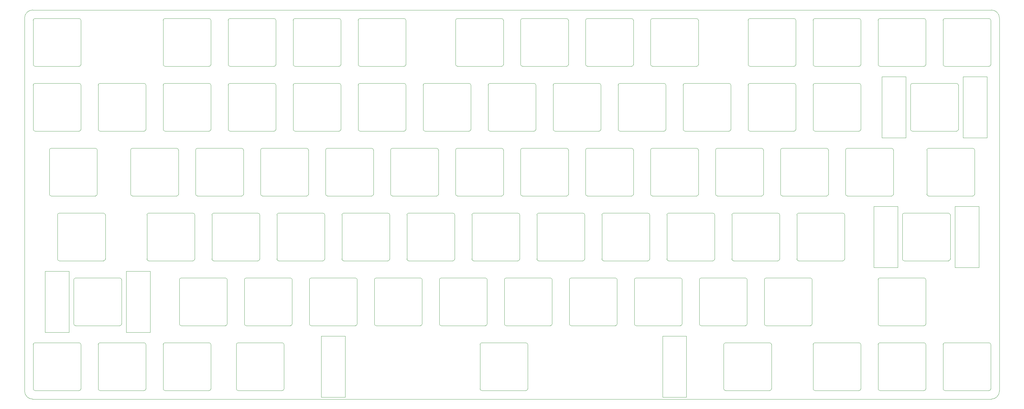
<source format=gm1>
G04 #@! TF.GenerationSoftware,KiCad,Pcbnew,(7.0.0-0)*
G04 #@! TF.CreationDate,2023-04-23T21:56:02+09:00*
G04 #@! TF.ProjectId,top-plate,746f702d-706c-4617-9465-2e6b69636164,rev?*
G04 #@! TF.SameCoordinates,Original*
G04 #@! TF.FileFunction,Profile,NP*
%FSLAX46Y46*%
G04 Gerber Fmt 4.6, Leading zero omitted, Abs format (unit mm)*
G04 Created by KiCad (PCBNEW (7.0.0-0)) date 2023-04-23 21:56:02*
%MOMM*%
%LPD*%
G01*
G04 APERTURE LIST*
G04 #@! TA.AperFunction,Profile*
%ADD10C,0.100000*%
G04 #@! TD*
G04 #@! TA.AperFunction,Profile*
%ADD11C,0.120000*%
G04 #@! TD*
G04 APERTURE END LIST*
D10*
X302418750Y-133350050D02*
X21431250Y-133350050D01*
X304799950Y-21431300D02*
G75*
G03*
X302418750Y-19050050I-2381250J0D01*
G01*
X19050000Y-130968800D02*
X19050000Y-21431300D01*
X21431250Y-19050050D02*
X302418750Y-19050050D01*
X21431250Y-19050050D02*
G75*
G03*
X19050000Y-21431300I0J-2381250D01*
G01*
X19050000Y-130968800D02*
G75*
G03*
X21431250Y-133350050I2381250J0D01*
G01*
X304800000Y-21431300D02*
X304800000Y-130968800D01*
X302418750Y-133350100D02*
G75*
G03*
X304800000Y-130968800I-150J2381400D01*
G01*
X269225000Y-117325050D02*
X269225000Y-130315974D01*
X269725000Y-116825050D02*
X282725000Y-116825050D01*
X269725000Y-130815974D02*
X282725000Y-130825050D01*
X283225000Y-117325050D02*
X283225000Y-130325050D01*
X269725000Y-116825050D02*
G75*
G03*
X269225000Y-117325050I1J-500001D01*
G01*
X269225000Y-130315974D02*
G75*
G03*
X269725000Y-130815974I500001J1D01*
G01*
X283225000Y-117325050D02*
G75*
G03*
X282725000Y-116825050I-500000J0D01*
G01*
X282725000Y-130825050D02*
G75*
G03*
X283225000Y-130325050I0J500000D01*
G01*
X223981250Y-117325050D02*
X223981250Y-130315974D01*
X224481250Y-116825050D02*
X237481250Y-116825050D01*
X224481250Y-130815974D02*
X237481250Y-130825050D01*
X237981250Y-117325050D02*
X237981250Y-130325050D01*
X224481250Y-116825050D02*
G75*
G03*
X223981250Y-117325050I1J-500001D01*
G01*
X223981250Y-130315974D02*
G75*
G03*
X224481250Y-130815974I500001J1D01*
G01*
X237981250Y-117325050D02*
G75*
G03*
X237481250Y-116825050I-500000J0D01*
G01*
X237481250Y-130825050D02*
G75*
G03*
X237981250Y-130325050I0J500000D01*
G01*
X83487500Y-98275050D02*
X83487500Y-111265974D01*
X83987500Y-97775050D02*
X96987500Y-97775050D01*
X83987500Y-111765974D02*
X96987500Y-111775050D01*
X97487500Y-98275050D02*
X97487500Y-111275050D01*
X83987500Y-97775050D02*
G75*
G03*
X83487500Y-98275050I1J-500001D01*
G01*
X83487500Y-111265974D02*
G75*
G03*
X83987500Y-111765974I500001J1D01*
G01*
X97487500Y-98275050D02*
G75*
G03*
X96987500Y-97775050I-500000J0D01*
G01*
X96987500Y-111775050D02*
G75*
G03*
X97487500Y-111275050I0J500000D01*
G01*
X93012500Y-79225050D02*
X93012500Y-92215974D01*
X93512500Y-78725050D02*
X106512500Y-78725050D01*
X93512500Y-92715974D02*
X106512500Y-92725050D01*
X107012500Y-79225050D02*
X107012500Y-92225050D01*
X93512500Y-78725050D02*
G75*
G03*
X93012500Y-79225050I1J-500001D01*
G01*
X93012500Y-92215974D02*
G75*
G03*
X93512500Y-92715974I500001J1D01*
G01*
X107012500Y-79225050D02*
G75*
G03*
X106512500Y-78725050I-500000J0D01*
G01*
X106512500Y-92725050D02*
G75*
G03*
X107012500Y-92225050I0J500000D01*
G01*
X173975000Y-41125050D02*
X173975000Y-54115974D01*
X174475000Y-40625050D02*
X187475000Y-40625050D01*
X174475000Y-54615974D02*
X187475000Y-54625050D01*
X187975000Y-41125050D02*
X187975000Y-54125050D01*
X174475000Y-40625050D02*
G75*
G03*
X173975000Y-41125050I1J-500001D01*
G01*
X173975000Y-54115974D02*
G75*
G03*
X174475000Y-54615974I500001J1D01*
G01*
X187975000Y-41125050D02*
G75*
G03*
X187475000Y-40625050I-500000J0D01*
G01*
X187475000Y-54625050D02*
G75*
G03*
X187975000Y-54125050I0J500000D01*
G01*
X231125000Y-41125050D02*
X231125000Y-54115974D01*
X231625000Y-40625050D02*
X244625000Y-40625050D01*
X231625000Y-54615974D02*
X244625000Y-54625050D01*
X245125000Y-41125050D02*
X245125000Y-54125050D01*
X231625000Y-40625050D02*
G75*
G03*
X231125000Y-41125050I1J-500001D01*
G01*
X231125000Y-54115974D02*
G75*
G03*
X231625000Y-54615974I500001J1D01*
G01*
X245125000Y-41125050D02*
G75*
G03*
X244625000Y-40625050I-500000J0D01*
G01*
X244625000Y-54625050D02*
G75*
G03*
X245125000Y-54125050I0J500000D01*
G01*
X288275000Y-22075050D02*
X288275000Y-35065974D01*
X288775000Y-21575050D02*
X301775000Y-21575050D01*
X288775000Y-35565974D02*
X301775000Y-35575050D01*
X302275000Y-22075050D02*
X302275000Y-35075050D01*
X288775000Y-21575050D02*
G75*
G03*
X288275000Y-22075050I1J-500001D01*
G01*
X288275000Y-35065974D02*
G75*
G03*
X288775000Y-35565974I500001J1D01*
G01*
X302275000Y-22075050D02*
G75*
G03*
X301775000Y-21575050I-500000J0D01*
G01*
X301775000Y-35575050D02*
G75*
G03*
X302275000Y-35075050I0J500000D01*
G01*
X288275000Y-117325050D02*
X288275000Y-130315974D01*
X288775000Y-116825050D02*
X301775000Y-116825050D01*
X288775000Y-130815974D02*
X301775000Y-130825050D01*
X302275000Y-117325050D02*
X302275000Y-130325050D01*
X288775000Y-116825050D02*
G75*
G03*
X288275000Y-117325050I1J-500001D01*
G01*
X288275000Y-130315974D02*
G75*
G03*
X288775000Y-130815974I500001J1D01*
G01*
X302275000Y-117325050D02*
G75*
G03*
X301775000Y-116825050I-500000J0D01*
G01*
X301775000Y-130825050D02*
G75*
G03*
X302275000Y-130325050I0J500000D01*
G01*
X97775000Y-41125050D02*
X97775000Y-54115974D01*
X98275000Y-40625050D02*
X111275000Y-40625050D01*
X98275000Y-54615974D02*
X111275000Y-54625050D01*
X111775000Y-41125050D02*
X111775000Y-54125050D01*
X98275000Y-40625050D02*
G75*
G03*
X97775000Y-41125050I1J-500001D01*
G01*
X97775000Y-54115974D02*
G75*
G03*
X98275000Y-54615974I500001J1D01*
G01*
X111775000Y-41125050D02*
G75*
G03*
X111275000Y-40625050I-500000J0D01*
G01*
X111275000Y-54625050D02*
G75*
G03*
X111775000Y-54125050I0J500000D01*
G01*
X116825000Y-22075050D02*
X116825000Y-35065974D01*
X117325000Y-21575050D02*
X130325000Y-21575050D01*
X117325000Y-35565974D02*
X130325000Y-35575050D01*
X130825000Y-22075050D02*
X130825000Y-35075050D01*
X117325000Y-21575050D02*
G75*
G03*
X116825000Y-22075050I1J-500001D01*
G01*
X116825000Y-35065974D02*
G75*
G03*
X117325000Y-35565974I500001J1D01*
G01*
X130825000Y-22075050D02*
G75*
G03*
X130325000Y-21575050I-500000J0D01*
G01*
X130325000Y-35575050D02*
G75*
G03*
X130825000Y-35075050I0J500000D01*
G01*
X88250000Y-60175050D02*
X88250000Y-73165974D01*
X88750000Y-59675050D02*
X101750000Y-59675050D01*
X88750000Y-73665974D02*
X101750000Y-73675050D01*
X102250000Y-60175050D02*
X102250000Y-73175050D01*
X88750000Y-59675050D02*
G75*
G03*
X88250000Y-60175050I1J-500001D01*
G01*
X88250000Y-73165974D02*
G75*
G03*
X88750000Y-73665974I500001J1D01*
G01*
X102250000Y-60175050D02*
G75*
G03*
X101750000Y-59675050I-500000J0D01*
G01*
X101750000Y-73675050D02*
G75*
G03*
X102250000Y-73175050I0J500000D01*
G01*
X216837500Y-98275050D02*
X216837500Y-111265974D01*
X217337500Y-97775050D02*
X230337500Y-97775050D01*
X217337500Y-111765974D02*
X230337500Y-111775050D01*
X230837500Y-98275050D02*
X230837500Y-111275050D01*
X217337500Y-97775050D02*
G75*
G03*
X216837500Y-98275050I1J-500001D01*
G01*
X216837500Y-111265974D02*
G75*
G03*
X217337500Y-111765974I500001J1D01*
G01*
X230837500Y-98275050D02*
G75*
G03*
X230337500Y-97775050I-500000J0D01*
G01*
X230337500Y-111775050D02*
G75*
G03*
X230837500Y-111275050I0J500000D01*
G01*
X59675000Y-22075050D02*
X59675000Y-35065974D01*
X60175000Y-21575050D02*
X73175000Y-21575050D01*
X60175000Y-35565974D02*
X73175000Y-35575050D01*
X73675000Y-22075050D02*
X73675000Y-35075050D01*
X60175000Y-21575050D02*
G75*
G03*
X59675000Y-22075050I1J-500001D01*
G01*
X59675000Y-35065974D02*
G75*
G03*
X60175000Y-35565974I500001J1D01*
G01*
X73675000Y-22075050D02*
G75*
G03*
X73175000Y-21575050I-500000J0D01*
G01*
X73175000Y-35575050D02*
G75*
G03*
X73675000Y-35075050I0J500000D01*
G01*
X154925000Y-41125050D02*
X154925000Y-54115974D01*
X155425000Y-40625050D02*
X168425000Y-40625050D01*
X155425000Y-54615974D02*
X168425000Y-54625050D01*
X168925000Y-41125050D02*
X168925000Y-54125050D01*
X155425000Y-40625050D02*
G75*
G03*
X154925000Y-41125050I1J-500001D01*
G01*
X154925000Y-54115974D02*
G75*
G03*
X155425000Y-54615974I500001J1D01*
G01*
X168925000Y-41125050D02*
G75*
G03*
X168425000Y-40625050I-500000J0D01*
G01*
X168425000Y-54625050D02*
G75*
G03*
X168925000Y-54125050I0J500000D01*
G01*
X140637500Y-98275050D02*
X140637500Y-111265974D01*
X141137500Y-97775050D02*
X154137500Y-97775050D01*
X141137500Y-111765974D02*
X154137500Y-111775050D01*
X154637500Y-98275050D02*
X154637500Y-111275050D01*
X141137500Y-97775050D02*
G75*
G03*
X140637500Y-98275050I1J-500001D01*
G01*
X140637500Y-111265974D02*
G75*
G03*
X141137500Y-111765974I500001J1D01*
G01*
X154637500Y-98275050D02*
G75*
G03*
X154137500Y-97775050I-500000J0D01*
G01*
X154137500Y-111775050D02*
G75*
G03*
X154637500Y-111275050I0J500000D01*
G01*
X226362500Y-79225050D02*
X226362500Y-92215974D01*
X226862500Y-78725050D02*
X239862500Y-78725050D01*
X226862500Y-92715974D02*
X239862500Y-92725050D01*
X240362500Y-79225050D02*
X240362500Y-92225050D01*
X226862500Y-78725050D02*
G75*
G03*
X226362500Y-79225050I1J-500001D01*
G01*
X226362500Y-92215974D02*
G75*
G03*
X226862500Y-92715974I500001J1D01*
G01*
X240362500Y-79225050D02*
G75*
G03*
X239862500Y-78725050I-500000J0D01*
G01*
X239862500Y-92725050D02*
G75*
G03*
X240362500Y-92225050I0J500000D01*
G01*
X250175000Y-117325050D02*
X250175000Y-130315974D01*
X250675000Y-116825050D02*
X263675000Y-116825050D01*
X250675000Y-130815974D02*
X263675000Y-130825050D01*
X264175000Y-117325050D02*
X264175000Y-130325050D01*
X250675000Y-116825050D02*
G75*
G03*
X250175000Y-117325050I1J-500001D01*
G01*
X250175000Y-130315974D02*
G75*
G03*
X250675000Y-130815974I500001J1D01*
G01*
X264175000Y-117325050D02*
G75*
G03*
X263675000Y-116825050I-500000J0D01*
G01*
X263675000Y-130825050D02*
G75*
G03*
X264175000Y-130325050I0J500000D01*
G01*
X169212500Y-79225050D02*
X169212500Y-92215974D01*
X169712500Y-78725050D02*
X182712500Y-78725050D01*
X169712500Y-92715974D02*
X182712500Y-92725050D01*
X183212500Y-79225050D02*
X183212500Y-92225050D01*
X169712500Y-78725050D02*
G75*
G03*
X169212500Y-79225050I1J-500001D01*
G01*
X169212500Y-92215974D02*
G75*
G03*
X169712500Y-92715974I500001J1D01*
G01*
X183212500Y-79225050D02*
G75*
G03*
X182712500Y-78725050I-500000J0D01*
G01*
X182712500Y-92725050D02*
G75*
G03*
X183212500Y-92225050I0J500000D01*
G01*
X231125000Y-22075050D02*
X231125000Y-35065974D01*
X231625000Y-21575050D02*
X244625000Y-21575050D01*
X231625000Y-35565974D02*
X244625000Y-35575050D01*
X245125000Y-22075050D02*
X245125000Y-35075050D01*
X231625000Y-21575050D02*
G75*
G03*
X231125000Y-22075050I1J-500001D01*
G01*
X231125000Y-35065974D02*
G75*
G03*
X231625000Y-35565974I500001J1D01*
G01*
X245125000Y-22075050D02*
G75*
G03*
X244625000Y-21575050I-500000J0D01*
G01*
X244625000Y-35575050D02*
G75*
G03*
X245125000Y-35075050I0J500000D01*
G01*
X145400000Y-60175050D02*
X145400000Y-73165974D01*
X145900000Y-59675050D02*
X158900000Y-59675050D01*
X145900000Y-73665974D02*
X158900000Y-73675050D01*
X159400000Y-60175050D02*
X159400000Y-73175050D01*
X145900000Y-59675050D02*
G75*
G03*
X145400000Y-60175050I1J-500001D01*
G01*
X145400000Y-73165974D02*
G75*
G03*
X145900000Y-73665974I500001J1D01*
G01*
X159400000Y-60175050D02*
G75*
G03*
X158900000Y-59675050I-500000J0D01*
G01*
X158900000Y-73675050D02*
G75*
G03*
X159400000Y-73175050I0J500000D01*
G01*
D11*
X267968750Y-76725050D02*
X274968750Y-76725050D01*
X267968750Y-94725050D02*
X267968750Y-76725050D01*
X274968750Y-76725050D02*
X274968750Y-94725050D01*
X274968750Y-94725050D02*
X267968750Y-94725050D01*
D10*
X276368750Y-79234126D02*
X276368750Y-92225050D01*
X276868750Y-78725050D02*
X289868750Y-78725050D01*
X276868750Y-92725050D02*
X289868750Y-92725050D01*
X290368750Y-79234126D02*
X290368750Y-92234126D01*
D11*
X291768750Y-76725050D02*
X298768750Y-76725050D01*
X291768750Y-94725050D02*
X291768750Y-76725050D01*
X298768750Y-76725050D02*
X298768750Y-94725050D01*
X298768750Y-94725050D02*
X291768750Y-94725050D01*
D10*
X276868750Y-78725050D02*
G75*
G03*
X276368750Y-79225050I1J-500001D01*
G01*
X276368750Y-92225050D02*
G75*
G03*
X276868750Y-92725050I500001J1D01*
G01*
X290368750Y-79225050D02*
G75*
G03*
X289868750Y-78725050I-500000J0D01*
G01*
X289868750Y-92725050D02*
G75*
G03*
X290368750Y-92225050I0J500000D01*
G01*
X150162500Y-79225050D02*
X150162500Y-92215974D01*
X150662500Y-78725050D02*
X163662500Y-78725050D01*
X150662500Y-92715974D02*
X163662500Y-92725050D01*
X164162500Y-79225050D02*
X164162500Y-92225050D01*
X150662500Y-78725050D02*
G75*
G03*
X150162500Y-79225050I1J-500001D01*
G01*
X150162500Y-92215974D02*
G75*
G03*
X150662500Y-92715974I500001J1D01*
G01*
X164162500Y-79225050D02*
G75*
G03*
X163662500Y-78725050I-500000J0D01*
G01*
X163662500Y-92725050D02*
G75*
G03*
X164162500Y-92225050I0J500000D01*
G01*
X78725000Y-41125050D02*
X78725000Y-54115974D01*
X79225000Y-40625050D02*
X92225000Y-40625050D01*
X79225000Y-54615974D02*
X92225000Y-54625050D01*
X92725000Y-41125050D02*
X92725000Y-54125050D01*
X79225000Y-40625050D02*
G75*
G03*
X78725000Y-41125050I1J-500001D01*
G01*
X78725000Y-54115974D02*
G75*
G03*
X79225000Y-54615974I500001J1D01*
G01*
X92725000Y-41125050D02*
G75*
G03*
X92225000Y-40625050I-500000J0D01*
G01*
X92225000Y-54625050D02*
G75*
G03*
X92725000Y-54125050I0J500000D01*
G01*
X21575000Y-22075050D02*
X21575000Y-35065974D01*
X22075000Y-21575050D02*
X35075000Y-21575050D01*
X22075000Y-35565974D02*
X35075000Y-35575050D01*
X35575000Y-22075050D02*
X35575000Y-35075050D01*
X22075000Y-21575050D02*
G75*
G03*
X21575000Y-22075050I1J-500001D01*
G01*
X21575000Y-35065974D02*
G75*
G03*
X22075000Y-35565974I500001J1D01*
G01*
X35575000Y-22075050D02*
G75*
G03*
X35075000Y-21575050I-500000J0D01*
G01*
X35075000Y-35575050D02*
G75*
G03*
X35575000Y-35075050I0J500000D01*
G01*
X97775000Y-22075050D02*
X97775000Y-35065974D01*
X98275000Y-21575050D02*
X111275000Y-21575050D01*
X98275000Y-35565974D02*
X111275000Y-35575050D01*
X111775000Y-22075050D02*
X111775000Y-35075050D01*
X98275000Y-21575050D02*
G75*
G03*
X97775000Y-22075050I1J-500001D01*
G01*
X97775000Y-35065974D02*
G75*
G03*
X98275000Y-35565974I500001J1D01*
G01*
X111775000Y-22075050D02*
G75*
G03*
X111275000Y-21575050I-500000J0D01*
G01*
X111275000Y-35575050D02*
G75*
G03*
X111775000Y-35075050I0J500000D01*
G01*
X59675000Y-117325050D02*
X59675000Y-130315974D01*
X60175000Y-116825050D02*
X73175000Y-116825050D01*
X60175000Y-130815974D02*
X73175000Y-130825050D01*
X73675000Y-117325050D02*
X73675000Y-130325050D01*
X60175000Y-116825050D02*
G75*
G03*
X59675000Y-117325050I1J-500001D01*
G01*
X59675000Y-130315974D02*
G75*
G03*
X60175000Y-130815974I500001J1D01*
G01*
X73675000Y-117325050D02*
G75*
G03*
X73175000Y-116825050I-500000J0D01*
G01*
X73175000Y-130825050D02*
G75*
G03*
X73675000Y-130325050I0J500000D01*
G01*
X26337500Y-60175050D02*
X26337500Y-73165974D01*
X26837500Y-59675050D02*
X39837500Y-59675050D01*
X26837500Y-73665974D02*
X39837500Y-73675050D01*
X40337500Y-60175050D02*
X40337500Y-73175050D01*
X26837500Y-59675050D02*
G75*
G03*
X26337500Y-60175050I1J-500001D01*
G01*
X26337500Y-73165974D02*
G75*
G03*
X26837500Y-73665974I500001J1D01*
G01*
X40337500Y-60175050D02*
G75*
G03*
X39837500Y-59675050I-500000J0D01*
G01*
X39837500Y-73675050D02*
G75*
G03*
X40337500Y-73175050I0J500000D01*
G01*
X126350000Y-60175050D02*
X126350000Y-73165974D01*
X126850000Y-59675050D02*
X139850000Y-59675050D01*
X126850000Y-73665974D02*
X139850000Y-73675050D01*
X140350000Y-60175050D02*
X140350000Y-73175050D01*
X126850000Y-59675050D02*
G75*
G03*
X126350000Y-60175050I1J-500001D01*
G01*
X126350000Y-73165974D02*
G75*
G03*
X126850000Y-73665974I500001J1D01*
G01*
X140350000Y-60175050D02*
G75*
G03*
X139850000Y-59675050I-500000J0D01*
G01*
X139850000Y-73675050D02*
G75*
G03*
X140350000Y-73175050I0J500000D01*
G01*
X81106250Y-117325050D02*
X81106250Y-130315974D01*
X81606250Y-116825050D02*
X94606250Y-116825050D01*
X81606250Y-130815974D02*
X94606250Y-130825050D01*
X95106250Y-117325050D02*
X95106250Y-130325050D01*
X81606250Y-116825050D02*
G75*
G03*
X81106250Y-117325050I1J-500001D01*
G01*
X81106250Y-130315974D02*
G75*
G03*
X81606250Y-130815974I500001J1D01*
G01*
X95106250Y-117325050D02*
G75*
G03*
X94606250Y-116825050I-500000J0D01*
G01*
X94606250Y-130825050D02*
G75*
G03*
X95106250Y-130325050I0J500000D01*
G01*
X112062500Y-79225050D02*
X112062500Y-92215974D01*
X112562500Y-78725050D02*
X125562500Y-78725050D01*
X112562500Y-92715974D02*
X125562500Y-92725050D01*
X126062500Y-79225050D02*
X126062500Y-92225050D01*
X112562500Y-78725050D02*
G75*
G03*
X112062500Y-79225050I1J-500001D01*
G01*
X112062500Y-92215974D02*
G75*
G03*
X112562500Y-92715974I500001J1D01*
G01*
X126062500Y-79225050D02*
G75*
G03*
X125562500Y-78725050I-500000J0D01*
G01*
X125562500Y-92725050D02*
G75*
G03*
X126062500Y-92225050I0J500000D01*
G01*
X28718750Y-79225050D02*
X28718750Y-92215974D01*
X29218750Y-78725050D02*
X42218750Y-78725050D01*
X29218750Y-92715974D02*
X42218750Y-92725050D01*
X42718750Y-79225050D02*
X42718750Y-92225050D01*
X29218750Y-78725050D02*
G75*
G03*
X28718750Y-79225050I1J-500001D01*
G01*
X28718750Y-92215974D02*
G75*
G03*
X29218750Y-92715974I500001J1D01*
G01*
X42718750Y-79225050D02*
G75*
G03*
X42218750Y-78725050I-500000J0D01*
G01*
X42218750Y-92725050D02*
G75*
G03*
X42718750Y-92225050I0J500000D01*
G01*
X183500000Y-60175050D02*
X183500000Y-73165974D01*
X184000000Y-59675050D02*
X197000000Y-59675050D01*
X184000000Y-73665974D02*
X197000000Y-73675050D01*
X197500000Y-60175050D02*
X197500000Y-73175050D01*
X184000000Y-59675050D02*
G75*
G03*
X183500000Y-60175050I1J-500001D01*
G01*
X183500000Y-73165974D02*
G75*
G03*
X184000000Y-73665974I500001J1D01*
G01*
X197500000Y-60175050D02*
G75*
G03*
X197000000Y-59675050I-500000J0D01*
G01*
X197000000Y-73675050D02*
G75*
G03*
X197500000Y-73175050I0J500000D01*
G01*
D11*
X213043750Y-132825050D02*
X206043750Y-132825050D01*
X213043750Y-114825050D02*
X213043750Y-132825050D01*
X206043750Y-132825050D02*
X206043750Y-114825050D01*
X206043750Y-114825050D02*
X213043750Y-114825050D01*
D10*
X166543750Y-130315974D02*
X166543750Y-117325050D01*
X166043750Y-130825050D02*
X153043750Y-130825050D01*
X166043750Y-116825050D02*
X153043750Y-116825050D01*
X152543750Y-130315974D02*
X152543750Y-117315974D01*
D11*
X113043750Y-132825050D02*
X106043750Y-132825050D01*
X113043750Y-114825050D02*
X113043750Y-132825050D01*
X106043750Y-132825050D02*
X106043750Y-114825050D01*
X106043750Y-114825050D02*
X113043750Y-114825050D01*
D10*
X166043750Y-130825050D02*
G75*
G03*
X166543750Y-130325050I-1J500001D01*
G01*
X166543750Y-117325050D02*
G75*
G03*
X166043750Y-116825050I-500001J-1D01*
G01*
X152543750Y-130325050D02*
G75*
G03*
X153043750Y-130825050I500000J0D01*
G01*
X153043750Y-116825050D02*
G75*
G03*
X152543750Y-117325050I0J-500000D01*
G01*
X245412500Y-79225050D02*
X245412500Y-92215974D01*
X245912500Y-78725050D02*
X258912500Y-78725050D01*
X245912500Y-92715974D02*
X258912500Y-92725050D01*
X259412500Y-79225050D02*
X259412500Y-92225050D01*
X245912500Y-78725050D02*
G75*
G03*
X245412500Y-79225050I1J-500001D01*
G01*
X245412500Y-92215974D02*
G75*
G03*
X245912500Y-92715974I500001J1D01*
G01*
X259412500Y-79225050D02*
G75*
G03*
X258912500Y-78725050I-500000J0D01*
G01*
X258912500Y-92725050D02*
G75*
G03*
X259412500Y-92225050I0J500000D01*
G01*
X69200000Y-60175050D02*
X69200000Y-73165974D01*
X69700000Y-59675050D02*
X82700000Y-59675050D01*
X69700000Y-73665974D02*
X82700000Y-73675050D01*
X83200000Y-60175050D02*
X83200000Y-73175050D01*
X69700000Y-59675050D02*
G75*
G03*
X69200000Y-60175050I1J-500001D01*
G01*
X69200000Y-73165974D02*
G75*
G03*
X69700000Y-73665974I500001J1D01*
G01*
X83200000Y-60175050D02*
G75*
G03*
X82700000Y-59675050I-500000J0D01*
G01*
X82700000Y-73675050D02*
G75*
G03*
X83200000Y-73175050I0J500000D01*
G01*
X131112500Y-79225050D02*
X131112500Y-92215974D01*
X131612500Y-78725050D02*
X144612500Y-78725050D01*
X131612500Y-92715974D02*
X144612500Y-92725050D01*
X145112500Y-79225050D02*
X145112500Y-92225050D01*
X131612500Y-78725050D02*
G75*
G03*
X131112500Y-79225050I1J-500001D01*
G01*
X131112500Y-92215974D02*
G75*
G03*
X131612500Y-92715974I500001J1D01*
G01*
X145112500Y-79225050D02*
G75*
G03*
X144612500Y-78725050I-500000J0D01*
G01*
X144612500Y-92725050D02*
G75*
G03*
X145112500Y-92225050I0J500000D01*
G01*
X197787500Y-98275050D02*
X197787500Y-111265974D01*
X198287500Y-97775050D02*
X211287500Y-97775050D01*
X198287500Y-111765974D02*
X211287500Y-111775050D01*
X211787500Y-98275050D02*
X211787500Y-111275050D01*
X198287500Y-97775050D02*
G75*
G03*
X197787500Y-98275050I1J-500001D01*
G01*
X197787500Y-111265974D02*
G75*
G03*
X198287500Y-111765974I500001J1D01*
G01*
X211787500Y-98275050D02*
G75*
G03*
X211287500Y-97775050I-500000J0D01*
G01*
X211287500Y-111775050D02*
G75*
G03*
X211787500Y-111275050I0J500000D01*
G01*
X178737500Y-98275050D02*
X178737500Y-111265974D01*
X179237500Y-97775050D02*
X192237500Y-97775050D01*
X179237500Y-111765974D02*
X192237500Y-111775050D01*
X192737500Y-98275050D02*
X192737500Y-111275050D01*
X179237500Y-97775050D02*
G75*
G03*
X178737500Y-98275050I1J-500001D01*
G01*
X178737500Y-111265974D02*
G75*
G03*
X179237500Y-111765974I500001J1D01*
G01*
X192737500Y-98275050D02*
G75*
G03*
X192237500Y-97775050I-500000J0D01*
G01*
X192237500Y-111775050D02*
G75*
G03*
X192737500Y-111275050I0J500000D01*
G01*
X21575000Y-117325050D02*
X21575000Y-130315974D01*
X22075000Y-116825050D02*
X35075000Y-116825050D01*
X22075000Y-130815974D02*
X35075000Y-130825050D01*
X35575000Y-117325050D02*
X35575000Y-130325050D01*
X22075000Y-116825050D02*
G75*
G03*
X21575000Y-117325050I1J-500001D01*
G01*
X21575000Y-130315974D02*
G75*
G03*
X22075000Y-130815974I500001J1D01*
G01*
X35575000Y-117325050D02*
G75*
G03*
X35075000Y-116825050I-500000J0D01*
G01*
X35075000Y-130825050D02*
G75*
G03*
X35575000Y-130325050I0J500000D01*
G01*
X269225000Y-98275050D02*
X269225000Y-111265974D01*
X269725000Y-97775050D02*
X282725000Y-97775050D01*
X269725000Y-111765974D02*
X282725000Y-111775050D01*
X283225000Y-98275050D02*
X283225000Y-111275050D01*
X269725000Y-97775050D02*
G75*
G03*
X269225000Y-98275050I1J-500001D01*
G01*
X269225000Y-111265974D02*
G75*
G03*
X269725000Y-111765974I500001J1D01*
G01*
X283225000Y-98275050D02*
G75*
G03*
X282725000Y-97775050I-500000J0D01*
G01*
X282725000Y-111775050D02*
G75*
G03*
X283225000Y-111275050I0J500000D01*
G01*
X78725000Y-22075050D02*
X78725000Y-35065974D01*
X79225000Y-21575050D02*
X92225000Y-21575050D01*
X79225000Y-35565974D02*
X92225000Y-35575050D01*
X92725000Y-22075050D02*
X92725000Y-35075050D01*
X79225000Y-21575050D02*
G75*
G03*
X78725000Y-22075050I1J-500001D01*
G01*
X78725000Y-35065974D02*
G75*
G03*
X79225000Y-35565974I500001J1D01*
G01*
X92725000Y-22075050D02*
G75*
G03*
X92225000Y-21575050I-500000J0D01*
G01*
X92225000Y-35575050D02*
G75*
G03*
X92725000Y-35075050I0J500000D01*
G01*
X221600000Y-60175050D02*
X221600000Y-73165974D01*
X222100000Y-59675050D02*
X235100000Y-59675050D01*
X222100000Y-73665974D02*
X235100000Y-73675050D01*
X235600000Y-60175050D02*
X235600000Y-73175050D01*
X222100000Y-59675050D02*
G75*
G03*
X221600000Y-60175050I1J-500001D01*
G01*
X221600000Y-73165974D02*
G75*
G03*
X222100000Y-73665974I500001J1D01*
G01*
X235600000Y-60175050D02*
G75*
G03*
X235100000Y-59675050I-500000J0D01*
G01*
X235100000Y-73675050D02*
G75*
G03*
X235600000Y-73175050I0J500000D01*
G01*
X259700000Y-60175050D02*
X259700000Y-73165974D01*
X260200000Y-59675050D02*
X273200000Y-59675050D01*
X260200000Y-73665974D02*
X273200000Y-73675050D01*
X273700000Y-60175050D02*
X273700000Y-73175050D01*
X260200000Y-59675050D02*
G75*
G03*
X259700000Y-60175050I1J-500001D01*
G01*
X259700000Y-73165974D02*
G75*
G03*
X260200000Y-73665974I500001J1D01*
G01*
X273700000Y-60175050D02*
G75*
G03*
X273200000Y-59675050I-500000J0D01*
G01*
X273200000Y-73675050D02*
G75*
G03*
X273700000Y-73175050I0J500000D01*
G01*
X164450000Y-22075050D02*
X164450000Y-35065974D01*
X164950000Y-21575050D02*
X177950000Y-21575050D01*
X164950000Y-35565974D02*
X177950000Y-35575050D01*
X178450000Y-22075050D02*
X178450000Y-35075050D01*
X164950000Y-21575050D02*
G75*
G03*
X164450000Y-22075050I1J-500001D01*
G01*
X164450000Y-35065974D02*
G75*
G03*
X164950000Y-35565974I500001J1D01*
G01*
X178450000Y-22075050D02*
G75*
G03*
X177950000Y-21575050I-500000J0D01*
G01*
X177950000Y-35575050D02*
G75*
G03*
X178450000Y-35075050I0J500000D01*
G01*
X193025000Y-41125050D02*
X193025000Y-54115974D01*
X193525000Y-40625050D02*
X206525000Y-40625050D01*
X193525000Y-54615974D02*
X206525000Y-54625050D01*
X207025000Y-41125050D02*
X207025000Y-54125050D01*
X193525000Y-40625050D02*
G75*
G03*
X193025000Y-41125050I1J-500001D01*
G01*
X193025000Y-54115974D02*
G75*
G03*
X193525000Y-54615974I500001J1D01*
G01*
X207025000Y-41125050D02*
G75*
G03*
X206525000Y-40625050I-500000J0D01*
G01*
X206525000Y-54625050D02*
G75*
G03*
X207025000Y-54125050I0J500000D01*
G01*
X188262500Y-79225050D02*
X188262500Y-92215974D01*
X188762500Y-78725050D02*
X201762500Y-78725050D01*
X188762500Y-92715974D02*
X201762500Y-92725050D01*
X202262500Y-79225050D02*
X202262500Y-92225050D01*
X188762500Y-78725050D02*
G75*
G03*
X188262500Y-79225050I1J-500001D01*
G01*
X188262500Y-92215974D02*
G75*
G03*
X188762500Y-92715974I500001J1D01*
G01*
X202262500Y-79225050D02*
G75*
G03*
X201762500Y-78725050I-500000J0D01*
G01*
X201762500Y-92725050D02*
G75*
G03*
X202262500Y-92225050I0J500000D01*
G01*
X207312500Y-79225050D02*
X207312500Y-92215974D01*
X207812500Y-78725050D02*
X220812500Y-78725050D01*
X207812500Y-92715974D02*
X220812500Y-92725050D01*
X221312500Y-79225050D02*
X221312500Y-92225050D01*
X207812500Y-78725050D02*
G75*
G03*
X207312500Y-79225050I1J-500001D01*
G01*
X207312500Y-92215974D02*
G75*
G03*
X207812500Y-92715974I500001J1D01*
G01*
X221312500Y-79225050D02*
G75*
G03*
X220812500Y-78725050I-500000J0D01*
G01*
X220812500Y-92725050D02*
G75*
G03*
X221312500Y-92225050I0J500000D01*
G01*
X212075000Y-41125050D02*
X212075000Y-54115974D01*
X212575000Y-40625050D02*
X225575000Y-40625050D01*
X212575000Y-54615974D02*
X225575000Y-54625050D01*
X226075000Y-41125050D02*
X226075000Y-54125050D01*
X212575000Y-40625050D02*
G75*
G03*
X212075000Y-41125050I1J-500001D01*
G01*
X212075000Y-54115974D02*
G75*
G03*
X212575000Y-54615974I500001J1D01*
G01*
X226075000Y-41125050D02*
G75*
G03*
X225575000Y-40625050I-500000J0D01*
G01*
X225575000Y-54625050D02*
G75*
G03*
X226075000Y-54125050I0J500000D01*
G01*
X64437500Y-98275050D02*
X64437500Y-111265974D01*
X64937500Y-97775050D02*
X77937500Y-97775050D01*
X64937500Y-111765974D02*
X77937500Y-111775050D01*
X78437500Y-98275050D02*
X78437500Y-111275050D01*
X64937500Y-97775050D02*
G75*
G03*
X64437500Y-98275050I1J-500001D01*
G01*
X64437500Y-111265974D02*
G75*
G03*
X64937500Y-111765974I500001J1D01*
G01*
X78437500Y-98275050D02*
G75*
G03*
X77937500Y-97775050I-500000J0D01*
G01*
X77937500Y-111775050D02*
G75*
G03*
X78437500Y-111275050I0J500000D01*
G01*
X121587500Y-98275050D02*
X121587500Y-111265974D01*
X122087500Y-97775050D02*
X135087500Y-97775050D01*
X122087500Y-111765974D02*
X135087500Y-111775050D01*
X135587500Y-98275050D02*
X135587500Y-111275050D01*
X122087500Y-97775050D02*
G75*
G03*
X121587500Y-98275050I1J-500001D01*
G01*
X121587500Y-111265974D02*
G75*
G03*
X122087500Y-111765974I500001J1D01*
G01*
X135587500Y-98275050D02*
G75*
G03*
X135087500Y-97775050I-500000J0D01*
G01*
X135087500Y-111775050D02*
G75*
G03*
X135587500Y-111275050I0J500000D01*
G01*
X269225000Y-22075050D02*
X269225000Y-35065974D01*
X269725000Y-21575050D02*
X282725000Y-21575050D01*
X269725000Y-35565974D02*
X282725000Y-35575050D01*
X283225000Y-22075050D02*
X283225000Y-35075050D01*
X269725000Y-21575050D02*
G75*
G03*
X269225000Y-22075050I1J-500001D01*
G01*
X269225000Y-35065974D02*
G75*
G03*
X269725000Y-35565974I500001J1D01*
G01*
X283225000Y-22075050D02*
G75*
G03*
X282725000Y-21575050I-500000J0D01*
G01*
X282725000Y-35575050D02*
G75*
G03*
X283225000Y-35075050I0J500000D01*
G01*
X21575000Y-41125050D02*
X21575000Y-54115974D01*
X22075000Y-40625050D02*
X35075000Y-40625050D01*
X22075000Y-54615974D02*
X35075000Y-54625050D01*
X35575000Y-41125050D02*
X35575000Y-54125050D01*
X22075000Y-40625050D02*
G75*
G03*
X21575000Y-41125050I1J-500001D01*
G01*
X21575000Y-54115974D02*
G75*
G03*
X22075000Y-54615974I500001J1D01*
G01*
X35575000Y-41125050D02*
G75*
G03*
X35075000Y-40625050I-500000J0D01*
G01*
X35075000Y-54625050D02*
G75*
G03*
X35575000Y-54125050I0J500000D01*
G01*
X54912500Y-79225050D02*
X54912500Y-92215974D01*
X55412500Y-78725050D02*
X68412500Y-78725050D01*
X55412500Y-92715974D02*
X68412500Y-92725050D01*
X68912500Y-79225050D02*
X68912500Y-92225050D01*
X55412500Y-78725050D02*
G75*
G03*
X54912500Y-79225050I1J-500001D01*
G01*
X54912500Y-92215974D02*
G75*
G03*
X55412500Y-92715974I500001J1D01*
G01*
X68912500Y-79225050D02*
G75*
G03*
X68412500Y-78725050I-500000J0D01*
G01*
X68412500Y-92725050D02*
G75*
G03*
X68912500Y-92225050I0J500000D01*
G01*
X283512500Y-60175050D02*
X283512500Y-73165974D01*
X284012500Y-59675050D02*
X297012500Y-59675050D01*
X284012500Y-73665974D02*
X297012500Y-73675050D01*
X297512500Y-60175050D02*
X297512500Y-73175050D01*
X284012500Y-59675050D02*
G75*
G03*
X283512500Y-60175050I1J-500001D01*
G01*
X283512500Y-73165974D02*
G75*
G03*
X284012500Y-73665974I500001J1D01*
G01*
X297512500Y-60175050D02*
G75*
G03*
X297012500Y-59675050I-500000J0D01*
G01*
X297012500Y-73675050D02*
G75*
G03*
X297512500Y-73175050I0J500000D01*
G01*
X107300000Y-60175050D02*
X107300000Y-73165974D01*
X107800000Y-59675050D02*
X120800000Y-59675050D01*
X107800000Y-73665974D02*
X120800000Y-73675050D01*
X121300000Y-60175050D02*
X121300000Y-73175050D01*
X107800000Y-59675050D02*
G75*
G03*
X107300000Y-60175050I1J-500001D01*
G01*
X107300000Y-73165974D02*
G75*
G03*
X107800000Y-73665974I500001J1D01*
G01*
X121300000Y-60175050D02*
G75*
G03*
X120800000Y-59675050I-500000J0D01*
G01*
X120800000Y-73675050D02*
G75*
G03*
X121300000Y-73175050I0J500000D01*
G01*
X59675000Y-41125050D02*
X59675000Y-54115974D01*
X60175000Y-40625050D02*
X73175000Y-40625050D01*
X60175000Y-54615974D02*
X73175000Y-54625050D01*
X73675000Y-41125050D02*
X73675000Y-54125050D01*
X60175000Y-40625050D02*
G75*
G03*
X59675000Y-41125050I1J-500001D01*
G01*
X59675000Y-54115974D02*
G75*
G03*
X60175000Y-54615974I500001J1D01*
G01*
X73675000Y-41125050D02*
G75*
G03*
X73175000Y-40625050I-500000J0D01*
G01*
X73175000Y-54625050D02*
G75*
G03*
X73675000Y-54125050I0J500000D01*
G01*
X159687500Y-98275050D02*
X159687500Y-111265974D01*
X160187500Y-97775050D02*
X173187500Y-97775050D01*
X160187500Y-111765974D02*
X173187500Y-111775050D01*
X173687500Y-98275050D02*
X173687500Y-111275050D01*
X160187500Y-97775050D02*
G75*
G03*
X159687500Y-98275050I1J-500001D01*
G01*
X159687500Y-111265974D02*
G75*
G03*
X160187500Y-111765974I500001J1D01*
G01*
X173687500Y-98275050D02*
G75*
G03*
X173187500Y-97775050I-500000J0D01*
G01*
X173187500Y-111775050D02*
G75*
G03*
X173687500Y-111275050I0J500000D01*
G01*
X145400000Y-22075050D02*
X145400000Y-35065974D01*
X145900000Y-21575050D02*
X158900000Y-21575050D01*
X145900000Y-35565974D02*
X158900000Y-35575050D01*
X159400000Y-22075050D02*
X159400000Y-35075050D01*
X145900000Y-21575050D02*
G75*
G03*
X145400000Y-22075050I1J-500001D01*
G01*
X145400000Y-35065974D02*
G75*
G03*
X145900000Y-35565974I500001J1D01*
G01*
X159400000Y-22075050D02*
G75*
G03*
X158900000Y-21575050I-500000J0D01*
G01*
X158900000Y-35575050D02*
G75*
G03*
X159400000Y-35075050I0J500000D01*
G01*
X183500000Y-22075050D02*
X183500000Y-35065974D01*
X184000000Y-21575050D02*
X197000000Y-21575050D01*
X184000000Y-35565974D02*
X197000000Y-35575050D01*
X197500000Y-22075050D02*
X197500000Y-35075050D01*
X184000000Y-21575050D02*
G75*
G03*
X183500000Y-22075050I1J-500001D01*
G01*
X183500000Y-35065974D02*
G75*
G03*
X184000000Y-35565974I500001J1D01*
G01*
X197500000Y-22075050D02*
G75*
G03*
X197000000Y-21575050I-500000J0D01*
G01*
X197000000Y-35575050D02*
G75*
G03*
X197500000Y-35075050I0J500000D01*
G01*
D11*
X25081250Y-95775050D02*
X32081250Y-95775050D01*
X25081250Y-113775050D02*
X25081250Y-95775050D01*
X32081250Y-95775050D02*
X32081250Y-113775050D01*
X32081250Y-113775050D02*
X25081250Y-113775050D01*
D10*
X33481250Y-98284126D02*
X33481250Y-111275050D01*
X33981250Y-97775050D02*
X46981250Y-97775050D01*
X33981250Y-111775050D02*
X46981250Y-111775050D01*
X47481250Y-98284126D02*
X47481250Y-111284126D01*
D11*
X48881250Y-95775050D02*
X55881250Y-95775050D01*
X48881250Y-113775050D02*
X48881250Y-95775050D01*
X55881250Y-95775050D02*
X55881250Y-113775050D01*
X55881250Y-113775050D02*
X48881250Y-113775050D01*
D10*
X33981250Y-97775050D02*
G75*
G03*
X33481250Y-98275050I1J-500001D01*
G01*
X33481250Y-111275050D02*
G75*
G03*
X33981250Y-111775050I500001J1D01*
G01*
X47481250Y-98275050D02*
G75*
G03*
X46981250Y-97775050I-500000J0D01*
G01*
X46981250Y-111775050D02*
G75*
G03*
X47481250Y-111275050I0J500000D01*
G01*
D11*
X270350000Y-38625050D02*
X277350000Y-38625050D01*
X270350000Y-56625050D02*
X270350000Y-38625050D01*
X277350000Y-38625050D02*
X277350000Y-56625050D01*
X277350000Y-56625050D02*
X270350000Y-56625050D01*
D10*
X278750000Y-41134126D02*
X278750000Y-54125050D01*
X279250000Y-40625050D02*
X292250000Y-40625050D01*
X279250000Y-54625050D02*
X292250000Y-54625050D01*
X292750000Y-41134126D02*
X292750000Y-54134126D01*
D11*
X294150000Y-38625050D02*
X301150000Y-38625050D01*
X294150000Y-56625050D02*
X294150000Y-38625050D01*
X301150000Y-38625050D02*
X301150000Y-56625050D01*
X301150000Y-56625050D02*
X294150000Y-56625050D01*
D10*
X279250000Y-40625050D02*
G75*
G03*
X278750000Y-41125050I1J-500001D01*
G01*
X278750000Y-54125050D02*
G75*
G03*
X279250000Y-54625050I500001J1D01*
G01*
X292750000Y-41125050D02*
G75*
G03*
X292250000Y-40625050I-500000J0D01*
G01*
X292250000Y-54625050D02*
G75*
G03*
X292750000Y-54125050I0J500000D01*
G01*
X164450000Y-60175050D02*
X164450000Y-73165974D01*
X164950000Y-59675050D02*
X177950000Y-59675050D01*
X164950000Y-73665974D02*
X177950000Y-73675050D01*
X178450000Y-60175050D02*
X178450000Y-73175050D01*
X164950000Y-59675050D02*
G75*
G03*
X164450000Y-60175050I1J-500001D01*
G01*
X164450000Y-73165974D02*
G75*
G03*
X164950000Y-73665974I500001J1D01*
G01*
X178450000Y-60175050D02*
G75*
G03*
X177950000Y-59675050I-500000J0D01*
G01*
X177950000Y-73675050D02*
G75*
G03*
X178450000Y-73175050I0J500000D01*
G01*
X40625000Y-117325050D02*
X40625000Y-130315974D01*
X41125000Y-116825050D02*
X54125000Y-116825050D01*
X41125000Y-130815974D02*
X54125000Y-130825050D01*
X54625000Y-117325050D02*
X54625000Y-130325050D01*
X41125000Y-116825050D02*
G75*
G03*
X40625000Y-117325050I1J-500001D01*
G01*
X40625000Y-130315974D02*
G75*
G03*
X41125000Y-130815974I500001J1D01*
G01*
X54625000Y-117325050D02*
G75*
G03*
X54125000Y-116825050I-500000J0D01*
G01*
X54125000Y-130825050D02*
G75*
G03*
X54625000Y-130325050I0J500000D01*
G01*
X135875000Y-41125050D02*
X135875000Y-54115974D01*
X136375000Y-40625050D02*
X149375000Y-40625050D01*
X136375000Y-54615974D02*
X149375000Y-54625050D01*
X149875000Y-41125050D02*
X149875000Y-54125050D01*
X136375000Y-40625050D02*
G75*
G03*
X135875000Y-41125050I1J-500001D01*
G01*
X135875000Y-54115974D02*
G75*
G03*
X136375000Y-54615974I500001J1D01*
G01*
X149875000Y-41125050D02*
G75*
G03*
X149375000Y-40625050I-500000J0D01*
G01*
X149375000Y-54625050D02*
G75*
G03*
X149875000Y-54125050I0J500000D01*
G01*
X250175000Y-22075050D02*
X250175000Y-35065974D01*
X250675000Y-21575050D02*
X263675000Y-21575050D01*
X250675000Y-35565974D02*
X263675000Y-35575050D01*
X264175000Y-22075050D02*
X264175000Y-35075050D01*
X250675000Y-21575050D02*
G75*
G03*
X250175000Y-22075050I1J-500001D01*
G01*
X250175000Y-35065974D02*
G75*
G03*
X250675000Y-35565974I500001J1D01*
G01*
X264175000Y-22075050D02*
G75*
G03*
X263675000Y-21575050I-500000J0D01*
G01*
X263675000Y-35575050D02*
G75*
G03*
X264175000Y-35075050I0J500000D01*
G01*
X50150000Y-60175050D02*
X50150000Y-73165974D01*
X50650000Y-59675050D02*
X63650000Y-59675050D01*
X50650000Y-73665974D02*
X63650000Y-73675050D01*
X64150000Y-60175050D02*
X64150000Y-73175050D01*
X50650000Y-59675050D02*
G75*
G03*
X50150000Y-60175050I1J-500001D01*
G01*
X50150000Y-73165974D02*
G75*
G03*
X50650000Y-73665974I500001J1D01*
G01*
X64150000Y-60175050D02*
G75*
G03*
X63650000Y-59675050I-500000J0D01*
G01*
X63650000Y-73675050D02*
G75*
G03*
X64150000Y-73175050I0J500000D01*
G01*
X235887500Y-98275050D02*
X235887500Y-111265974D01*
X236387500Y-97775050D02*
X249387500Y-97775050D01*
X236387500Y-111765974D02*
X249387500Y-111775050D01*
X249887500Y-98275050D02*
X249887500Y-111275050D01*
X236387500Y-97775050D02*
G75*
G03*
X235887500Y-98275050I1J-500001D01*
G01*
X235887500Y-111265974D02*
G75*
G03*
X236387500Y-111765974I500001J1D01*
G01*
X249887500Y-98275050D02*
G75*
G03*
X249387500Y-97775050I-500000J0D01*
G01*
X249387500Y-111775050D02*
G75*
G03*
X249887500Y-111275050I0J500000D01*
G01*
X202550000Y-60175050D02*
X202550000Y-73165974D01*
X203050000Y-59675050D02*
X216050000Y-59675050D01*
X203050000Y-73665974D02*
X216050000Y-73675050D01*
X216550000Y-60175050D02*
X216550000Y-73175050D01*
X203050000Y-59675050D02*
G75*
G03*
X202550000Y-60175050I1J-500001D01*
G01*
X202550000Y-73165974D02*
G75*
G03*
X203050000Y-73665974I500001J1D01*
G01*
X216550000Y-60175050D02*
G75*
G03*
X216050000Y-59675050I-500000J0D01*
G01*
X216050000Y-73675050D02*
G75*
G03*
X216550000Y-73175050I0J500000D01*
G01*
X240650000Y-60175050D02*
X240650000Y-73165974D01*
X241150000Y-59675050D02*
X254150000Y-59675050D01*
X241150000Y-73665974D02*
X254150000Y-73675050D01*
X254650000Y-60175050D02*
X254650000Y-73175050D01*
X241150000Y-59675050D02*
G75*
G03*
X240650000Y-60175050I1J-500001D01*
G01*
X240650000Y-73165974D02*
G75*
G03*
X241150000Y-73665974I500001J1D01*
G01*
X254650000Y-60175050D02*
G75*
G03*
X254150000Y-59675050I-500000J0D01*
G01*
X254150000Y-73675050D02*
G75*
G03*
X254650000Y-73175050I0J500000D01*
G01*
X40625000Y-41125050D02*
X40625000Y-54115974D01*
X41125000Y-40625050D02*
X54125000Y-40625050D01*
X41125000Y-54615974D02*
X54125000Y-54625050D01*
X54625000Y-41125050D02*
X54625000Y-54125050D01*
X41125000Y-40625050D02*
G75*
G03*
X40625000Y-41125050I1J-500001D01*
G01*
X40625000Y-54115974D02*
G75*
G03*
X41125000Y-54615974I500001J1D01*
G01*
X54625000Y-41125050D02*
G75*
G03*
X54125000Y-40625050I-500000J0D01*
G01*
X54125000Y-54625050D02*
G75*
G03*
X54625000Y-54125050I0J500000D01*
G01*
X202550000Y-22075050D02*
X202550000Y-35065974D01*
X203050000Y-21575050D02*
X216050000Y-21575050D01*
X203050000Y-35565974D02*
X216050000Y-35575050D01*
X216550000Y-22075050D02*
X216550000Y-35075050D01*
X203050000Y-21575050D02*
G75*
G03*
X202550000Y-22075050I1J-500001D01*
G01*
X202550000Y-35065974D02*
G75*
G03*
X203050000Y-35565974I500001J1D01*
G01*
X216550000Y-22075050D02*
G75*
G03*
X216050000Y-21575050I-500000J0D01*
G01*
X216050000Y-35575050D02*
G75*
G03*
X216550000Y-35075050I0J500000D01*
G01*
X116825000Y-41125050D02*
X116825000Y-54115974D01*
X117325000Y-40625050D02*
X130325000Y-40625050D01*
X117325000Y-54615974D02*
X130325000Y-54625050D01*
X130825000Y-41125050D02*
X130825000Y-54125050D01*
X117325000Y-40625050D02*
G75*
G03*
X116825000Y-41125050I1J-500001D01*
G01*
X116825000Y-54115974D02*
G75*
G03*
X117325000Y-54615974I500001J1D01*
G01*
X130825000Y-41125050D02*
G75*
G03*
X130325000Y-40625050I-500000J0D01*
G01*
X130325000Y-54625050D02*
G75*
G03*
X130825000Y-54125050I0J500000D01*
G01*
X250175000Y-41125050D02*
X250175000Y-54115974D01*
X250675000Y-40625050D02*
X263675000Y-40625050D01*
X250675000Y-54615974D02*
X263675000Y-54625050D01*
X264175000Y-41125050D02*
X264175000Y-54125050D01*
X250675000Y-40625050D02*
G75*
G03*
X250175000Y-41125050I1J-500001D01*
G01*
X250175000Y-54115974D02*
G75*
G03*
X250675000Y-54615974I500001J1D01*
G01*
X264175000Y-41125050D02*
G75*
G03*
X263675000Y-40625050I-500000J0D01*
G01*
X263675000Y-54625050D02*
G75*
G03*
X264175000Y-54125050I0J500000D01*
G01*
X73962500Y-79225050D02*
X73962500Y-92215974D01*
X74462500Y-78725050D02*
X87462500Y-78725050D01*
X74462500Y-92715974D02*
X87462500Y-92725050D01*
X87962500Y-79225050D02*
X87962500Y-92225050D01*
X74462500Y-78725050D02*
G75*
G03*
X73962500Y-79225050I1J-500001D01*
G01*
X73962500Y-92215974D02*
G75*
G03*
X74462500Y-92715974I500001J1D01*
G01*
X87962500Y-79225050D02*
G75*
G03*
X87462500Y-78725050I-500000J0D01*
G01*
X87462500Y-92725050D02*
G75*
G03*
X87962500Y-92225050I0J500000D01*
G01*
X102537500Y-98275050D02*
X102537500Y-111265974D01*
X103037500Y-97775050D02*
X116037500Y-97775050D01*
X103037500Y-111765974D02*
X116037500Y-111775050D01*
X116537500Y-98275050D02*
X116537500Y-111275050D01*
X103037500Y-97775050D02*
G75*
G03*
X102537500Y-98275050I1J-500001D01*
G01*
X102537500Y-111265974D02*
G75*
G03*
X103037500Y-111765974I500001J1D01*
G01*
X116537500Y-98275050D02*
G75*
G03*
X116037500Y-97775050I-500000J0D01*
G01*
X116037500Y-111775050D02*
G75*
G03*
X116537500Y-111275050I0J500000D01*
G01*
M02*

</source>
